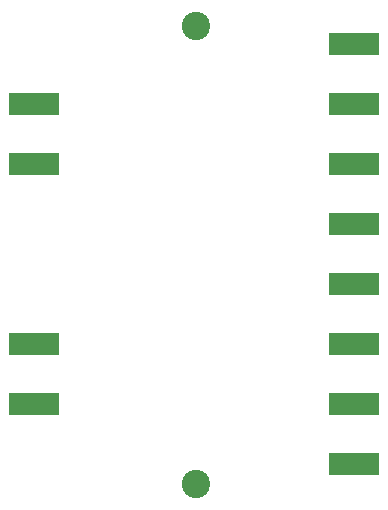
<source format=gbs>
G04*
G04 #@! TF.GenerationSoftware,Altium Limited,Altium Designer,24.4.1 (13)*
G04*
G04 Layer_Color=16711935*
%FSLAX25Y25*%
%MOIN*%
G70*
G04*
G04 #@! TF.SameCoordinates,70BA40AD-3E04-444A-AD5C-AF6B0887806A*
G04*
G04*
G04 #@! TF.FilePolarity,Negative*
G04*
G01*
G75*
%ADD16R,0.16800X0.07800*%
%ADD21C,0.09461*%
D16*
X-106362Y-30000D02*
D03*
Y-10000D02*
D03*
Y-110000D02*
D03*
Y-90000D02*
D03*
X0Y-50000D02*
D03*
Y-30000D02*
D03*
Y-90000D02*
D03*
Y-70000D02*
D03*
Y-10000D02*
D03*
Y10000D02*
D03*
Y-130000D02*
D03*
Y-110000D02*
D03*
D21*
X-52521Y-136500D02*
D03*
X-52427Y16000D02*
D03*
M02*

</source>
